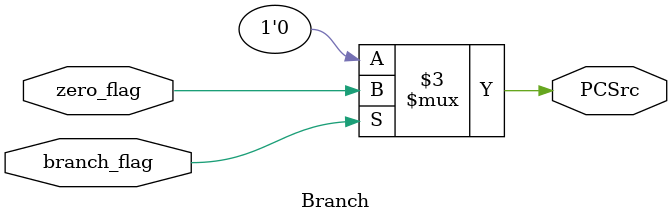
<source format=v>
`timescale 1ns / 1ps

module Branch(
    input branch_flag,
    input zero_flag,
    output reg PCSrc
    );
    always @(*) begin
        if (branch_flag)
            PCSrc = zero_flag;     // if zero_flag is set -> PC_Src = 1
        else
            PCSrc = 0;
    end
endmodule

</source>
